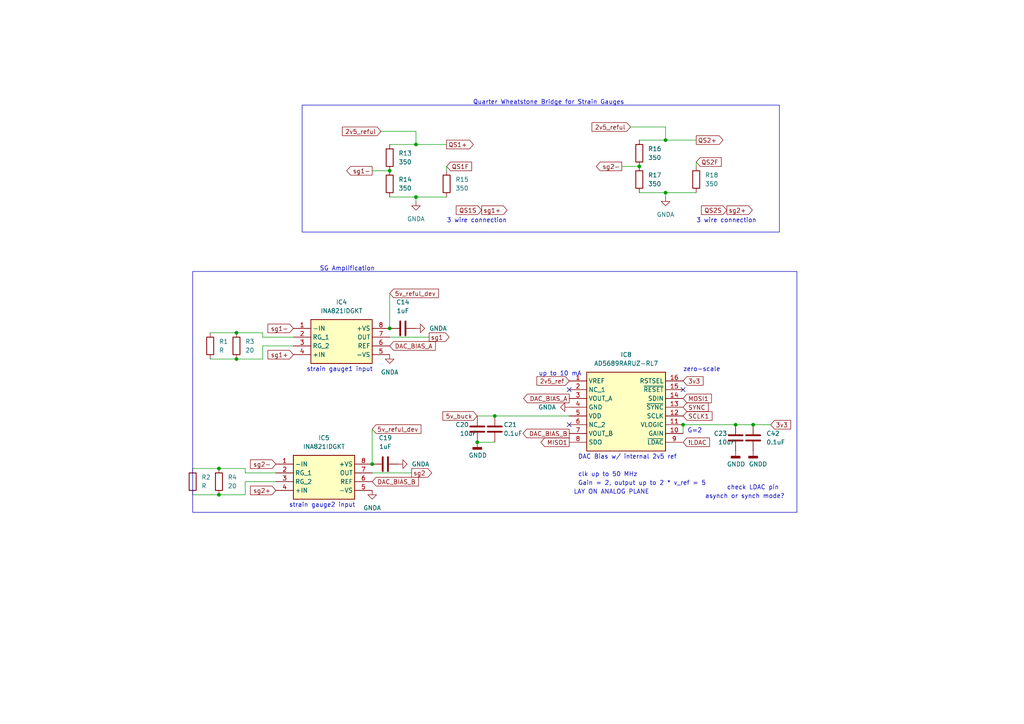
<source format=kicad_sch>
(kicad_sch (version 20230121) (generator eeschema)
  (paper "A4")
  (lib_symbols
    (symbol "21xt_symbols:AD5689RARUZ-RL7"
      (property "Reference" "IC" (at 29.21 7.62 0))
      (property "Value" "AD5689RARUZ-RL7" (at 29.21 5.08 0))
      (symbol "AD5689RARUZ-RL7_1_1"
        (rectangle (start 5.08 2.54) (end 27.94 -20.32) (stroke (width 0.254)) (fill (type background)))
        (pin passive line (at 0 0 0) (length 5.08) (name "VREF") (number "1"))
        (pin passive line (at 33.02 -15.24 180) (length 5.08) (name "GAIN") (number "10"))
        (pin passive line (at 33.02 -12.7 180) (length 5.08) (name "VLOGIC") (number "11"))
        (pin passive line (at 33.02 -10.16 180) (length 5.08) (name "SCLK") (number "12"))
        (pin passive line (at 33.02 -7.62 180) (length 5.08) (name "~{SYNC}") (number "13"))
        (pin passive line (at 33.02 -5.08 180) (length 5.08) (name "SDIN") (number "14"))
        (pin passive line (at 33.02 -2.54 180) (length 5.08) (name "~{RESET}") (number "15"))
        (pin passive line (at 33.02 0 180) (length 5.08) (name "RSTSEL") (number "16"))
        (pin passive line (at 0 -2.54 0) (length 5.08) (name "NC_1") (number "2"))
        (pin passive line (at 0 -5.08 0) (length 5.08) (name "VOUT_A") (number "3"))
        (pin passive line (at 0 -7.62 0) (length 5.08) (name "GND") (number "4"))
        (pin passive line (at 0 -10.16 0) (length 5.08) (name "VDD") (number "5"))
        (pin passive line (at 0 -12.7 0) (length 5.08) (name "NC_2") (number "6"))
        (pin passive line (at 0 -15.24 0) (length 5.08) (name "VOUT_B") (number "7"))
        (pin passive line (at 0 -17.78 0) (length 5.08) (name "SDO") (number "8"))
        (pin passive line (at 33.02 -17.78 180) (length 5.08) (name "~{LDAC}") (number "9"))
      )
    )
    (symbol "21xt_symbols:INA821IDGKT"
      (property "Reference" "IC" (at 24.13 7.62 0))
      (property "Value" "INA821IDGKT" (at 24.13 5.08 0))
      (symbol "INA821IDGKT_1_1"
        (rectangle (start 5.08 2.54) (end 22.86 -10.16) (stroke (width 0.254)) (fill (type background)))
        (pin input line (at 0 0 0) (length 5.08) (name "-IN") (number "1"))
        (pin passive line (at 0 -2.54 0) (length 5.08) (name "RG_1") (number "2"))
        (pin passive line (at 0 -5.08 0) (length 5.08) (name "RG_2") (number "3"))
        (pin input line (at 0 -7.62 0) (length 5.08) (name "+IN") (number "4"))
        (pin power_in line (at 27.94 -7.62 180) (length 5.08) (name "-VS") (number "5"))
        (pin passive line (at 27.94 -5.08 180) (length 5.08) (name "REF") (number "6"))
        (pin output line (at 27.94 -2.54 180) (length 5.08) (name "OUT") (number "7"))
        (pin power_in line (at 27.94 0 180) (length 5.08) (name "+VS") (number "8"))
      )
    )
    (symbol "Device:C" (pin_numbers hide) (pin_names (offset 0.254))
      (property "Reference" "C" (at 0.635 2.54 0))
      (property "Value" "C" (at 0.635 -2.54 0))
      (symbol "C_0_1"
        (polyline (pts (xy -2.032 -0.762) (xy 2.032 -0.762)) (stroke (width 0.508)))
        (polyline (pts (xy -2.032 0.762) (xy 2.032 0.762)) (stroke (width 0.508)))
      )
      (symbol "C_1_1"
        (pin passive line (at 0 3.81 270) (length 2.794) (name "~") (number "1"))
        (pin passive line (at 0 -3.81 90) (length 2.794) (name "~") (number "2"))
      )
    )
    (symbol "Device:R" (pin_numbers hide) (pin_names (offset 0))
      (property "Reference" "R" (at 2.032 0 90))
      (property "Value" "R" (at 0 0 90))
      (symbol "R_0_1"
        (rectangle (start -1.016 -2.54) (end 1.016 2.54) (stroke (width 0.254)))
      )
      (symbol "R_1_1"
        (pin passive line (at 0 3.81 270) (length 1.27) (name "~") (number "1"))
        (pin passive line (at 0 -3.81 90) (length 1.27) (name "~") (number "2"))
      )
    )
    (symbol "power:GNDA" (power) (pin_names (offset 0))
      (property "Value" "GNDA" (at 0 -3.81 0))
      (symbol "GNDA_0_1"
        (polyline (pts (xy 0 0) (xy 0 -1.27) (xy 1.27 -1.27) (xy 0 -2.54) (xy -1.27 -1.27) (xy 0 -1.27)))
      )
      (symbol "GNDA_1_1"
        (pin power_in line (at 0 0 270) (length 0) hide (name "GNDA") (number "1"))
      )
    )
    (symbol "power:GNDD" (power) (pin_names (offset 0))
      (property "Value" "GNDD" (at 0 -3.175 0))
      (symbol "GNDD_0_1"
        (rectangle (start -1.27 -1.524) (end 1.27 -2.032) (stroke (width 0.254)) (fill (type outline)))
        (polyline (pts (xy 0 0) (xy 0 -1.524)))
      )
      (symbol "GNDD_1_1"
        (pin power_in line (at 0 0 270) (length 0) hide (name "GNDD") (number "1"))
      )
    )
  )
  (junction (at 120.65 41.91))
  (junction (at 63.5 143.51))
  (junction (at 218.44 123.19))
  (junction (at 113.03 49.53))
  (junction (at 213.36 123.19))
  (junction (at 113.03 95.25))
  (junction (at 120.65 57.15))
  (junction (at 138.43 128.27))
  (junction (at 185.42 48.26))
  (junction (at 68.58 96.52))
  (junction (at 68.58 104.14))
  (junction (at 143.51 120.65))
  (junction (at 193.04 55.88))
  (junction (at 193.04 40.64))
  (junction (at 107.95 134.62))
  (junction (at 198.12 123.19))
  (junction (at 63.5 135.89))
  (no_connect (at 165.1 123.19))
  (no_connect (at 165.1 113.03))
  (no_connect (at 198.12 113.03))
  (wire (pts (xy 55.88 143.51) (xy 63.5 143.51)))
  (wire (pts (xy 63.5 135.89) (xy 71.12 135.89)))
  (wire (pts (xy 60.96 104.14) (xy 68.58 104.14)))
  (wire (pts (xy 182.88 36.83) (xy 193.04 36.83)))
  (wire (pts (xy 120.65 38.1) (xy 120.65 41.91)))
  (wire (pts (xy 180.34 48.26) (xy 185.42 48.26)))
  (wire (pts (xy 213.36 123.19) (xy 218.44 123.19)))
  (wire (pts (xy 143.51 120.65) (xy 165.1 120.65)))
  (wire (pts (xy 71.12 139.7) (xy 71.12 143.51)))
  (wire (pts (xy 198.12 123.19) (xy 198.12 125.73)))
  (wire (pts (xy 198.12 123.19) (xy 213.36 123.19)))
  (wire (pts (xy 185.42 40.64) (xy 193.04 40.64)))
  (wire (pts (xy 193.04 55.88) (xy 201.93 55.88)))
  (wire (pts (xy 138.43 128.27) (xy 143.51 128.27)))
  (wire (pts (xy 113.03 41.91) (xy 120.65 41.91)))
  (wire (pts (xy 71.12 137.16) (xy 80.01 137.16)))
  (wire (pts (xy 76.2 96.52) (xy 76.2 97.79)))
  (wire (pts (xy 80.01 139.7) (xy 71.12 139.7)))
  (wire (pts (xy 71.12 135.89) (xy 71.12 137.16)))
  (wire (pts (xy 68.58 104.14) (xy 76.2 104.14)))
  (wire (pts (xy 193.04 40.64) (xy 201.93 40.64)))
  (wire (pts (xy 76.2 97.79) (xy 85.09 97.79)))
  (wire (pts (xy 76.2 100.33) (xy 76.2 104.14)))
  (wire (pts (xy 110.49 38.1) (xy 120.65 38.1)))
  (wire (pts (xy 63.5 143.51) (xy 71.12 143.51)))
  (wire (pts (xy 193.04 55.88) (xy 193.04 57.15)))
  (wire (pts (xy 68.58 96.52) (xy 76.2 96.52)))
  (wire (pts (xy 107.95 49.53) (xy 113.03 49.53)))
  (wire (pts (xy 201.93 46.99) (xy 201.93 48.26)))
  (wire (pts (xy 129.54 48.26) (xy 129.54 49.53)))
  (wire (pts (xy 185.42 55.88) (xy 193.04 55.88)))
  (wire (pts (xy 113.03 57.15) (xy 120.65 57.15)))
  (wire (pts (xy 120.65 57.15) (xy 120.65 58.42)))
  (wire (pts (xy 138.43 120.65) (xy 143.51 120.65)))
  (wire (pts (xy 85.09 100.33) (xy 76.2 100.33)))
  (wire (pts (xy 113.03 97.79) (xy 124.46 97.79)))
  (wire (pts (xy 107.95 124.46) (xy 107.95 134.62)))
  (wire (pts (xy 55.88 135.89) (xy 63.5 135.89)))
  (wire (pts (xy 120.65 57.15) (xy 129.54 57.15)))
  (wire (pts (xy 107.95 137.16) (xy 119.38 137.16)))
  (wire (pts (xy 113.03 85.09) (xy 113.03 95.25)))
  (wire (pts (xy 60.96 96.52) (xy 68.58 96.52)))
  (wire (pts (xy 120.65 41.91) (xy 129.54 41.91)))
  (wire (pts (xy 218.44 123.19) (xy 223.52 123.19)))
  (wire (pts (xy 193.04 36.83) (xy 193.04 40.64)))
  (rectangle (start 87.63 30.48) (end 226.06 67.31))
  (rectangle (start 55.88 78.74) (end 231.14 148.59))
  (text "clk up to 50 MHz" (at 167.64 138.43 0) (effects (font (size 1.27 1.27)) (justify left bottom)))
  (text "check LDAC pin" (at 210.82 142.24 0) (effects (font (size 1.27 1.27)) (justify left bottom)))
  (text "LAY ON ANALOG PLANE" (at 166.37 143.51 0) (effects (font (size 1.27 1.27)) (justify left bottom)))
  (text "Gain = 2, output up to 2 * v_ref = 5" (at 167.64 140.97 0) (effects (font (size 1.27 1.27)) (justify left bottom)))
  (text "SG Amplification" (at 92.71 78.74 0) (effects (font (size 1.27 1.27)) (justify left bottom)))
  (text "strain gauge2 input" (at 83.82 147.32 0) (effects (font (size 1.27 1.27)) (justify left bottom)))
  (text "zero-scale" (at 198.12 107.95 0) (effects (font (size 1.27 1.27)) (justify left bottom)))
  (text "asynch or synch mode?" (at 204.47 144.78 0) (effects (font (size 1.27 1.27)) (justify left bottom)))
  (text "3 wire connection" (at 201.93 64.77 0) (effects (font (size 1.27 1.27)) (justify left bottom)))
  (text "up to 10 mA" (at 156.21 109.22 0) (effects (font (size 1.27 1.27)) (justify left bottom)))
  (text "Quarter Wheatstone Bridge for Strain Gauges" (at 137.16 30.48 0) (effects (font (size 1.27 1.27)) (justify left bottom)))
  (text "DAC Bias w/ internal 2v5 ref" (at 167.64 133.35 0) (effects (font (size 1.27 1.27)) (justify left bottom)))
  (text "G=2" (at 199.39 125.73 0) (effects (font (size 1.27 1.27)) (justify left bottom)))
  (text "strain gauge1 input" (at 88.9 107.95 0) (effects (font (size 1.27 1.27)) (justify left bottom)))
  (text "3 wire connection" (at 129.54 64.77 0) (effects (font (size 1.27 1.27)) (justify left bottom)))
  (global_label "sg1-" (shape input) (at 85.09 95.25 180) (property "Intersheetrefs" "${INTERSHEET_REFS}" (effects hide)))
  (global_label "SYNC" (shape input) (at 198.12 118.11 0) (property "Intersheetrefs" "${INTERSHEET_REFS}" (effects hide)))
  (global_label "sg1" (shape output) (at 124.46 97.79 0) (property "Intersheetrefs" "${INTERSHEET_REFS}" (effects hide)))
  (global_label "!LDAC" (shape input) (at 198.12 128.27 0) (property "Intersheetrefs" "${INTERSHEET_REFS}" (effects hide)))
  (global_label "sg1-" (shape output) (at 107.95 49.53 180) (property "Intersheetrefs" "${INTERSHEET_REFS}" (effects hide)))
  (global_label "2v5_reful" (shape input) (at 182.88 36.83 180) (property "Intersheetrefs" "${INTERSHEET_REFS}" (effects hide)))
  (global_label "sg2+" (shape input) (at 80.01 142.24 180) (property "Intersheetrefs" "${INTERSHEET_REFS}" (effects hide)))
  (global_label "3v3" (shape input) (at 198.12 110.49 0) (property "Intersheetrefs" "${INTERSHEET_REFS}" (effects hide)))
  (global_label "DAC_BIAS_B" (shape input) (at 107.95 139.7 0) (property "Intersheetrefs" "${INTERSHEET_REFS}" (effects hide)))
  (global_label "QS2S" (shape input) (at 210.82 60.96 180) (property "Intersheetrefs" "${INTERSHEET_REFS}" (effects hide)))
  (global_label "QS1+" (shape output) (at 129.54 41.91 0) (property "Intersheetrefs" "${INTERSHEET_REFS}" (effects hide)))
  (global_label "sg2-" (shape input) (at 80.01 134.62 180) (property "Intersheetrefs" "${INTERSHEET_REFS}" (effects hide)))
  (global_label "5v_reful_dev" (shape input) (at 107.95 124.46 0) (property "Intersheetrefs" "${INTERSHEET_REFS}" (effects hide)))
  (global_label "QS2F" (shape input) (at 201.93 46.99 0) (property "Intersheetrefs" "${INTERSHEET_REFS}" (effects hide)))
  (global_label "sg1+" (shape input) (at 85.09 102.87 180) (property "Intersheetrefs" "${INTERSHEET_REFS}" (effects hide)))
  (global_label "2v5_reful" (shape input) (at 110.49 38.1 180) (property "Intersheetrefs" "${INTERSHEET_REFS}" (effects hide)))
  (global_label "QS2+" (shape output) (at 201.93 40.64 0) (property "Intersheetrefs" "${INTERSHEET_REFS}" (effects hide)))
  (global_label "DAC_BIAS_B" (shape output) (at 165.1 125.73 180) (property "Intersheetrefs" "${INTERSHEET_REFS}" (effects hide)))
  (global_label "sg2+" (shape output) (at 210.82 60.96 0) (property "Intersheetrefs" "${INTERSHEET_REFS}" (effects hide)))
  (global_label "sg1+" (shape output) (at 139.7 60.96 0) (property "Intersheetrefs" "${INTERSHEET_REFS}" (effects hide)))
  (global_label "DAC_BIAS_A" (shape input) (at 113.03 100.33 0) (property "Intersheetrefs" "${INTERSHEET_REFS}" (effects hide)))
  (global_label "3v3" (shape input) (at 223.52 123.19 0) (property "Intersheetrefs" "${INTERSHEET_REFS}" (effects hide)))
  (global_label "5v_buck" (shape input) (at 138.43 120.65 180) (property "Intersheetrefs" "${INTERSHEET_REFS}" (effects hide)))
  (global_label "QS1S" (shape input) (at 139.7 60.96 180) (property "Intersheetrefs" "${INTERSHEET_REFS}" (effects hide)))
  (global_label "SCLK1" (shape input) (at 198.12 120.65 0) (property "Intersheetrefs" "${INTERSHEET_REFS}" (effects hide)))
  (global_label "QS1F" (shape input) (at 129.54 48.26 0) (property "Intersheetrefs" "${INTERSHEET_REFS}" (effects hide)))
  (global_label "sg2" (shape output) (at 119.38 137.16 0) (property "Intersheetrefs" "${INTERSHEET_REFS}" (effects hide)))
  (global_label "5v_reful_dev" (shape input) (at 113.03 85.09 0) (property "Intersheetrefs" "${INTERSHEET_REFS}" (effects hide)))
  (global_label "MOSI1" (shape input) (at 198.12 115.57 0) (property "Intersheetrefs" "${INTERSHEET_REFS}" (effects hide)))
  (global_label "sg2-" (shape output) (at 180.34 48.26 180) (property "Intersheetrefs" "${INTERSHEET_REFS}" (effects hide)))
  (global_label "MISO1" (shape output) (at 165.1 128.27 180) (property "Intersheetrefs" "${INTERSHEET_REFS}" (effects hide)))
  (global_label "DAC_BIAS_A" (shape output) (at 165.1 115.57 180) (property "Intersheetrefs" "${INTERSHEET_REFS}" (effects hide)))
  (global_label "2v5_ref" (shape input) (at 165.1 110.49 180) (property "Intersheetrefs" "${INTERSHEET_REFS}" (effects hide)))
  (symbol (lib_id "Device:R") (at 55.88 139.7 0) (unit 1)
    (property "Reference" "R2" (at 58.42 138.43 0) (effects (justify left)))
    (property "Value" "R" (at 58.42 140.97 0) (effects (justify left)))
    (property "Footprint" "Resistor_SMD:R_0402_1005Metric" (effects hide))
  )
  (symbol (lib_id "Device:R") (at 185.42 44.45 0) (unit 1)
    (property "Reference" "R16" (at 187.96 43.18 0) (effects (justify left)))
    (property "Value" "350" (at 187.96 45.72 0) (effects (justify left)))
    (property "Footprint" "Resistor_SMD:R_0402_1005Metric" (effects hide))
  )
  (symbol (lib_id "power:GNDD") (at 138.43 128.27 0) (unit 1)
    (property "Reference" "#PWR031" (effects hide))
    (property "Value" "GNDD" (at 135.89 132.08 0) (effects (justify left)))
  )
  (symbol (lib_id "power:GNDA") (at 115.57 134.62 90) (unit 1)
    (property "Reference" "#PWR028" (effects hide))
    (property "Value" "GNDA" (at 119.38 134.62 90) (effects (justify right)))
  )
  (symbol (lib_id "Device:R") (at 113.03 53.34 0) (unit 1)
    (property "Reference" "R14" (at 115.57 52.07 0) (effects (justify left)))
    (property "Value" "350" (at 115.57 54.61 0) (effects (justify left)))
    (property "Footprint" "Resistor_SMD:R_0402_1005Metric" (effects hide))
  )
  (symbol (lib_id "Device:R") (at 201.93 52.07 0) (unit 1)
    (property "Reference" "R18" (at 204.47 50.8 0) (effects (justify left)))
    (property "Value" "350" (at 204.47 53.34 0) (effects (justify left)))
    (property "Footprint" "Resistor_SMD:R_0402_1005Metric" (effects hide))
  )
  (symbol (lib_id "Device:R") (at 185.42 52.07 0) (unit 1)
    (property "Reference" "R17" (at 187.96 50.8 0) (effects (justify left)))
    (property "Value" "350" (at 187.96 53.34 0) (effects (justify left)))
    (property "Footprint" "Resistor_SMD:R_0402_1005Metric" (effects hide))
  )
  (symbol (lib_id "Device:R") (at 63.5 139.7 0) (unit 1)
    (property "Reference" "R4" (at 66.04 138.43 0) (effects (justify left)))
    (property "Value" "20" (at 66.04 140.97 0) (effects (justify left)))
    (property "Footprint" "Resistor_SMD:R_0402_1005Metric" (effects hide))
  )
  (symbol (lib_id "power:GNDA") (at 193.04 57.15 0) (unit 1)
    (property "Reference" "#PWR033" (effects hide))
    (property "Value" "GNDA" (at 193.04 62.23 0))
  )
  (symbol (lib_id "Device:C") (at 138.43 124.46 0) (unit 1)
    (property "Reference" "C20" (at 132.08 123.19 0) (effects (justify left)))
    (property "Value" "10uF" (at 133.35 125.73 0) (effects (justify left)))
    (property "Footprint" "Capacitor_SMD:C_0603_1608Metric" (effects hide))
  )
  (symbol (lib_id "power:GNDA") (at 113.03 102.87 0) (unit 1)
    (property "Reference" "#PWR019" (effects hide))
    (property "Value" "GNDA" (at 113.03 107.95 0))
  )
  (symbol (lib_id "Device:C") (at 116.84 95.25 90) (unit 1)
    (property "Reference" "C14" (at 116.84 87.63 90))
    (property "Value" "1uF" (at 116.84 90.17 90))
    (property "Footprint" "Capacitor_SMD:C_0402_1005Metric" (effects hide))
  )
  (symbol (lib_id "Device:R") (at 113.03 45.72 0) (unit 1)
    (property "Reference" "R13" (at 115.57 44.45 0) (effects (justify left)))
    (property "Value" "350" (at 115.57 46.99 0) (effects (justify left)))
    (property "Footprint" "Resistor_SMD:R_0402_1005Metric" (effects hide))
  )
  (symbol (lib_id "power:GNDA") (at 107.95 142.24 0) (unit 1)
    (property "Reference" "#PWR022" (effects hide))
    (property "Value" "GNDA" (at 107.95 147.32 0))
  )
  (symbol (lib_id "power:GNDA") (at 165.1 118.11 270) (unit 1)
    (property "Reference" "#PWR032" (effects hide))
    (property "Value" "GNDA" (at 161.29 118.11 90) (effects (justify right)))
  )
  (symbol (lib_id "Device:C") (at 213.36 127 0) (unit 1)
    (property "Reference" "C23" (at 207.01 125.73 0) (effects (justify left)))
    (property "Value" "10uF" (at 208.28 128.27 0) (effects (justify left)))
    (property "Footprint" "Capacitor_SMD:C_0603_1608Metric" (effects hide))
  )
  (symbol (lib_id "Device:C") (at 218.44 127 0) (unit 1)
    (property "Reference" "C42" (at 222.25 125.73 0) (effects (justify left)))
    (property "Value" "0.1uF" (at 222.25 128.27 0) (effects (justify left)))
    (property "Footprint" "Capacitor_SMD:C_0402_1005Metric" (effects hide))
  )
  (symbol (lib_id "power:GNDA") (at 120.65 58.42 0) (unit 1)
    (property "Reference" "#PWR023" (effects hide))
    (property "Value" "GNDA" (at 120.65 63.5 0))
  )
  (symbol (lib_id "Device:R") (at 60.96 100.33 0) (unit 1)
    (property "Reference" "R1" (at 63.5 99.06 0) (effects (justify left)))
    (property "Value" "R" (at 63.5 101.6 0) (effects (justify left)))
    (property "Footprint" "Resistor_SMD:R_0402_1005Metric" (effects hide))
  )
  (symbol (lib_id "power:GNDD") (at 213.36 130.81 0) (unit 1)
    (property "Reference" "#PWR060" (effects hide))
    (property "Value" "GNDD" (at 210.82 134.62 0) (effects (justify left)))
  )
  (symbol (lib_id "Device:C") (at 143.51 124.46 0) (unit 1)
    (property "Reference" "C21" (at 146.05 123.19 0) (effects (justify left)))
    (property "Value" "0.1uF" (at 146.05 125.73 0) (effects (justify left)))
    (property "Footprint" "Capacitor_SMD:C_0402_1005Metric" (effects hide))
  )
  (symbol (lib_id "power:GNDD") (at 218.44 130.81 0) (unit 1)
    (property "Reference" "#PWR068" (effects hide))
    (property "Value" "GNDD" (at 217.17 134.62 0) (effects (justify left)))
  )
  (symbol (lib_id "21xt_symbols:AD5689RARUZ-RL7") (at 165.1 110.49 0) (unit 1)
    (property "Reference" "IC8" (at 181.61 102.87 0))
    (property "Value" "AD5689RARUZ-RL7" (at 181.61 105.41 0))
    (property "Footprint" "21xt_footprints:SOP65P640X120-16N" (effects hide))
    (property "Datasheet" "https://www.analog.com/media/en/technical-documentation/data-sheets/AD5689R_5687R.pdf" (effects hide))
    (property "Height" "1.2" (effects hide))
    (property "Mouser Part Number" "584-AD5689RARUZ-R7" (effects hide))
    (property "Mouser Price/Stock" "https://www.mouser.co.uk/ProductDetail/Analog-Devices/AD5689RARUZ-RL7?qs=NmRFExCfTkGWKmPGJDmQBg%3D%3D" (effects hide))
    (property "Manufacturer_Name" "Analog Devices" (effects hide))
    (property "Manufacturer_Part_Number" "AD5689RARUZ-RL7" (effects hide))
  )
  (symbol (lib_id "Device:R") (at 129.54 53.34 0) (unit 1)
    (property "Reference" "R15" (at 132.08 52.07 0) (effects (justify left)))
    (property "Value" "350" (at 132.08 54.61 0) (effects (justify left)))
    (property "Footprint" "Resistor_SMD:R_0402_1005Metric" (effects hide))
  )
  (symbol (lib_id "Device:R") (at 68.58 100.33 0) (unit 1)
    (property "Reference" "R3" (at 71.12 99.06 0) (effects (justify left)))
    (property "Value" "20" (at 71.12 101.6 0) (effects (justify left)))
    (property "Footprint" "Resistor_SMD:R_0402_1005Metric" (effects hide))
  )
  (symbol (lib_id "Device:C") (at 111.76 134.62 90) (unit 1)
    (property "Reference" "C19" (at 111.76 127 90))
    (property "Value" "1uF" (at 111.76 129.54 90))
    (property "Footprint" "Capacitor_SMD:C_0402_1005Metric" (effects hide))
  )
  (symbol (lib_id "21xt_symbols:INA821IDGKT") (at 80.01 134.62 0) (unit 1)
    (property "Reference" "IC5" (at 93.98 127 0))
    (property "Value" "INA821IDGKT" (at 93.98 129.54 0))
    (property "Footprint" "21xt_footprints:SOP65P490X110-8N" (effects hide))
    (property "Datasheet" "http://www.ti.com/lit/ds/symlink/ina821.pdf" (effects hide))
    (property "Height" "1.1" (effects hide))
    (property "Mouser Part Number" "595-INA821IDGKT" (effects hide))
    (property "Mouser Price/Stock" "https://www.mouser.co.uk/ProductDetail/Texas-Instruments/INA821IDGKT?qs=LDGDZb5k%2F%252B8diOW5CeiHfQ%3D%3D" (effects hide))
    (property "Manufacturer_Name" "Texas Instruments" (effects hide))
    (property "Manufacturer_Part_Number" "INA821IDGKT" (effects hide))
  )
  (symbol (lib_id "21xt_symbols:INA821IDGKT") (at 85.09 95.25 0) (unit 1)
    (property "Reference" "IC4" (at 99.06 87.63 0))
    (property "Value" "INA821IDGKT" (at 99.06 90.17 0))
    (property "Footprint" "21xt_footprints:SOP65P490X110-8N" (effects hide))
    (property "Datasheet" "http://www.ti.com/lit/ds/symlink/ina821.pdf" (effects hide))
    (property "Height" "1.1" (effects hide))
    (property "Mouser Part Number" "595-INA821IDGKT" (effects hide))
    (property "Mouser Price/Stock" "https://www.mouser.co.uk/ProductDetail/Texas-Instruments/INA821IDGKT?qs=LDGDZb5k%2F%252B8diOW5CeiHfQ%3D%3D" (effects hide))
    (property "Manufacturer_Name" "Texas Instruments" (effects hide))
    (property "Manufacturer_Part_Number" "INA821IDGKT" (effects hide))
  )
  (symbol (lib_id "power:GNDA") (at 120.65 95.25 90) (unit 1)
    (property "Reference" "#PWR025" (effects hide))
    (property "Value" "GNDA" (at 124.46 95.25 90) (effects (justify right)))
  )
)
</source>
